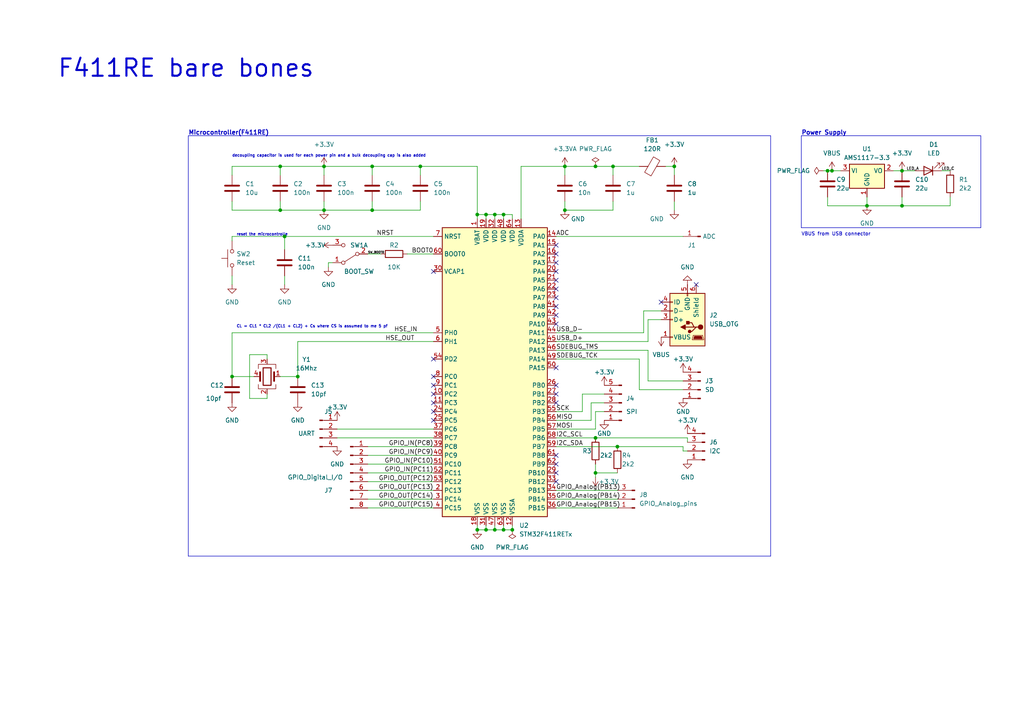
<source format=kicad_sch>
(kicad_sch (version 20230121) (generator eeschema)
  (paper "A4")
  (lib_symbols
    (symbol "+3.3V_1" (power) (pin_names (offset 0))
      (property "Value" "+3.3V_1" (at 0 3.556 0))
      (symbol "+3.3V_1_0_1"
        (polyline (pts (xy -0.762 1.27) (xy 0 2.54)))
        (polyline (pts (xy 0 0) (xy 0 2.54)))
        (polyline (pts (xy 0 2.54) (xy 0.762 1.27)))
      )
      (symbol "+3.3V_1_1_1"
        (pin power_in line (at 0 0 90) (length 0) hide (name "+3.3V") (number "1"))
      )
    )
    (symbol "+3.3V_2" (power) (pin_names (offset 0))
      (property "Value" "+3.3V_2" (at 0 3.556 0))
      (symbol "+3.3V_2_0_1"
        (polyline (pts (xy -0.762 1.27) (xy 0 2.54)))
        (polyline (pts (xy 0 0) (xy 0 2.54)))
        (polyline (pts (xy 0 2.54) (xy 0.762 1.27)))
      )
      (symbol "+3.3V_2_1_1"
        (pin power_in line (at 0 0 90) (length 0) hide (name "+3.3V") (number "1"))
      )
    )
    (symbol "+3.3V_3" (power) (pin_names (offset 0))
      (property "Value" "+3.3V_3" (at 0 3.556 0))
      (symbol "+3.3V_3_0_1"
        (polyline (pts (xy -0.762 1.27) (xy 0 2.54)))
        (polyline (pts (xy 0 0) (xy 0 2.54)))
        (polyline (pts (xy 0 2.54) (xy 0.762 1.27)))
      )
      (symbol "+3.3V_3_1_1"
        (pin power_in line (at 0 0 90) (length 0) hide (name "+3.3V") (number "1"))
      )
    )
    (symbol "+3.3V_4" (power) (pin_names (offset 0))
      (property "Value" "+3.3V_4" (at 0 3.556 0))
      (symbol "+3.3V_4_0_1"
        (polyline (pts (xy -0.762 1.27) (xy 0 2.54)))
        (polyline (pts (xy 0 0) (xy 0 2.54)))
        (polyline (pts (xy 0 2.54) (xy 0.762 1.27)))
      )
      (symbol "+3.3V_4_1_1"
        (pin power_in line (at 0 0 90) (length 0) hide (name "+3.3V") (number "1"))
      )
    )
    (symbol "+3.3V_5" (power) (pin_names (offset 0))
      (property "Value" "+3.3V_5" (at 0 3.556 0))
      (symbol "+3.3V_5_0_1"
        (polyline (pts (xy -0.762 1.27) (xy 0 2.54)))
        (polyline (pts (xy 0 0) (xy 0 2.54)))
        (polyline (pts (xy 0 2.54) (xy 0.762 1.27)))
      )
      (symbol "+3.3V_5_1_1"
        (pin power_in line (at 0 0 90) (length 0) hide (name "+3.3V") (number "1"))
      )
    )
    (symbol "+3.3V_6" (power) (pin_names (offset 0))
      (property "Value" "+3.3V_6" (at 0 3.556 0))
      (symbol "+3.3V_6_0_1"
        (polyline (pts (xy -0.762 1.27) (xy 0 2.54)))
        (polyline (pts (xy 0 0) (xy 0 2.54)))
        (polyline (pts (xy 0 2.54) (xy 0.762 1.27)))
      )
      (symbol "+3.3V_6_1_1"
        (pin power_in line (at 0 0 90) (length 0) hide (name "+3.3V") (number "1"))
      )
    )
    (symbol "+3.3V_7" (power) (pin_names (offset 0))
      (property "Value" "+3.3V_7" (at 0 3.556 0))
      (symbol "+3.3V_7_0_1"
        (polyline (pts (xy -0.762 1.27) (xy 0 2.54)))
        (polyline (pts (xy 0 0) (xy 0 2.54)))
        (polyline (pts (xy 0 2.54) (xy 0.762 1.27)))
      )
      (symbol "+3.3V_7_1_1"
        (pin power_in line (at 0 0 90) (length 0) hide (name "+3.3V") (number "1"))
      )
    )
    (symbol "+3.3V_8" (power) (pin_names (offset 0))
      (property "Value" "+3.3V_8" (at 0 3.556 0))
      (symbol "+3.3V_8_0_1"
        (polyline (pts (xy -0.762 1.27) (xy 0 2.54)))
        (polyline (pts (xy 0 0) (xy 0 2.54)))
        (polyline (pts (xy 0 2.54) (xy 0.762 1.27)))
      )
      (symbol "+3.3V_8_1_1"
        (pin power_in line (at 0 0 90) (length 0) hide (name "+3.3V") (number "1"))
      )
    )
    (symbol "Connector:Conn_01x01_Pin" (pin_names (offset 1.016) hide)
      (property "Reference" "J" (at 0 2.54 0))
      (property "Value" "Conn_01x01_Pin" (at 0 -2.54 0))
      (symbol "Conn_01x01_Pin_1_1"
        (polyline (pts (xy 1.27 0) (xy 0.8636 0)) (stroke (width 0.1524)))
        (rectangle (start 0.8636 0.127) (end 0 -0.127) (stroke (width 0.1524)) (fill (type outline)))
        (pin passive line (at 5.08 0 180) (length 3.81) (name "Pin_1") (number "1"))
      )
    )
    (symbol "Connector:Conn_01x03_Pin" (pin_names (offset 1.016) hide)
      (property "Reference" "J" (at 0 5.08 0))
      (property "Value" "Conn_01x03_Pin" (at 0 -5.08 0))
      (symbol "Conn_01x03_Pin_1_1"
        (polyline (pts (xy 1.27 -2.54) (xy 0.8636 -2.54)) (stroke (width 0.1524)))
        (polyline (pts (xy 1.27 0) (xy 0.8636 0)) (stroke (width 0.1524)))
        (polyline (pts (xy 1.27 2.54) (xy 0.8636 2.54)) (stroke (width 0.1524)))
        (rectangle (start 0.8636 -2.413) (end 0 -2.667) (stroke (width 0.1524)) (fill (type outline)))
        (rectangle (start 0.8636 0.127) (end 0 -0.127) (stroke (width 0.1524)) (fill (type outline)))
        (rectangle (start 0.8636 2.667) (end 0 2.413) (stroke (width 0.1524)) (fill (type outline)))
        (pin passive line (at 5.08 2.54 180) (length 3.81) (name "Pin_1") (number "1"))
        (pin passive line (at 5.08 0 180) (length 3.81) (name "Pin_2") (number "2"))
        (pin passive line (at 5.08 -2.54 180) (length 3.81) (name "Pin_3") (number "3"))
      )
    )
    (symbol "Connector:Conn_01x04_Pin" (pin_names (offset 1.016) hide)
      (property "Reference" "J" (at 0 5.08 0))
      (property "Value" "Conn_01x04_Pin" (at 0 -7.62 0))
      (symbol "Conn_01x04_Pin_1_1"
        (polyline (pts (xy 1.27 -5.08) (xy 0.8636 -5.08)) (stroke (width 0.1524)))
        (polyline (pts (xy 1.27 -2.54) (xy 0.8636 -2.54)) (stroke (width 0.1524)))
        (polyline (pts (xy 1.27 0) (xy 0.8636 0)) (stroke (width 0.1524)))
        (polyline (pts (xy 1.27 2.54) (xy 0.8636 2.54)) (stroke (width 0.1524)))
        (rectangle (start 0.8636 -4.953) (end 0 -5.207) (stroke (width 0.1524)) (fill (type outline)))
        (rectangle (start 0.8636 -2.413) (end 0 -2.667) (stroke (width 0.1524)) (fill (type outline)))
        (rectangle (start 0.8636 0.127) (end 0 -0.127) (stroke (width 0.1524)) (fill (type outline)))
        (rectangle (start 0.8636 2.667) (end 0 2.413) (stroke (width 0.1524)) (fill (type outline)))
        (pin passive line (at 5.08 2.54 180) (length 3.81) (name "Pin_1") (number "1"))
        (pin passive line (at 5.08 0 180) (length 3.81) (name "Pin_2") (number "2"))
        (pin passive line (at 5.08 -2.54 180) (length 3.81) (name "Pin_3") (number "3"))
        (pin passive line (at 5.08 -5.08 180) (length 3.81) (name "Pin_4") (number "4"))
      )
    )
    (symbol "Connector:Conn_01x05_Pin" (pin_names (offset 1.016) hide)
      (property "Reference" "J" (at 0 7.62 0))
      (property "Value" "Conn_01x05_Pin" (at 0 -7.62 0))
      (symbol "Conn_01x05_Pin_1_1"
        (polyline (pts (xy 1.27 -5.08) (xy 0.8636 -5.08)) (stroke (width 0.1524)))
        (polyline (pts (xy 1.27 -2.54) (xy 0.8636 -2.54)) (stroke (width 0.1524)))
        (polyline (pts (xy 1.27 0) (xy 0.8636 0)) (stroke (width 0.1524)))
        (polyline (pts (xy 1.27 2.54) (xy 0.8636 2.54)) (stroke (width 0.1524)))
        (polyline (pts (xy 1.27 5.08) (xy 0.8636 5.08)) (stroke (width 0.1524)))
        (rectangle (start 0.8636 -4.953) (end 0 -5.207) (stroke (width 0.1524)) (fill (type outline)))
        (rectangle (start 0.8636 -2.413) (end 0 -2.667) (stroke (width 0.1524)) (fill (type outline)))
        (rectangle (start 0.8636 0.127) (end 0 -0.127) (stroke (width 0.1524)) (fill (type outline)))
        (rectangle (start 0.8636 2.667) (end 0 2.413) (stroke (width 0.1524)) (fill (type outline)))
        (rectangle (start 0.8636 5.207) (end 0 4.953) (stroke (width 0.1524)) (fill (type outline)))
        (pin passive line (at 5.08 5.08 180) (length 3.81) (name "Pin_1") (number "1"))
        (pin passive line (at 5.08 2.54 180) (length 3.81) (name "Pin_2") (number "2"))
        (pin passive line (at 5.08 0 180) (length 3.81) (name "Pin_3") (number "3"))
        (pin passive line (at 5.08 -2.54 180) (length 3.81) (name "Pin_4") (number "4"))
        (pin passive line (at 5.08 -5.08 180) (length 3.81) (name "Pin_5") (number "5"))
      )
    )
    (symbol "Connector:Conn_01x08_Pin" (pin_names (offset 1.016) hide)
      (property "Reference" "J" (at 0 10.16 0))
      (property "Value" "Conn_01x08_Pin" (at 0 -12.7 0))
      (symbol "Conn_01x08_Pin_1_1"
        (polyline (pts (xy 1.27 -10.16) (xy 0.8636 -10.16)) (stroke (width 0.1524)))
        (polyline (pts (xy 1.27 -7.62) (xy 0.8636 -7.62)) (stroke (width 0.1524)))
        (polyline (pts (xy 1.27 -5.08) (xy 0.8636 -5.08)) (stroke (width 0.1524)))
        (polyline (pts (xy 1.27 -2.54) (xy 0.8636 -2.54)) (stroke (width 0.1524)))
        (polyline (pts (xy 1.27 0) (xy 0.8636 0)) (stroke (width 0.1524)))
        (polyline (pts (xy 1.27 2.54) (xy 0.8636 2.54)) (stroke (width 0.1524)))
        (polyline (pts (xy 1.27 5.08) (xy 0.8636 5.08)) (stroke (width 0.1524)))
        (polyline (pts (xy 1.27 7.62) (xy 0.8636 7.62)) (stroke (width 0.1524)))
        (rectangle (start 0.8636 -10.033) (end 0 -10.287) (stroke (width 0.1524)) (fill (type outline)))
        (rectangle (start 0.8636 -7.493) (end 0 -7.747) (stroke (width 0.1524)) (fill (type outline)))
        (rectangle (start 0.8636 -4.953) (end 0 -5.207) (stroke (width 0.1524)) (fill (type outline)))
        (rectangle (start 0.8636 -2.413) (end 0 -2.667) (stroke (width 0.1524)) (fill (type outline)))
        (rectangle (start 0.8636 0.127) (end 0 -0.127) (stroke (width 0.1524)) (fill (type outline)))
        (rectangle (start 0.8636 2.667) (end 0 2.413) (stroke (width 0.1524)) (fill (type outline)))
        (rectangle (start 0.8636 5.207) (end 0 4.953) (stroke (width 0.1524)) (fill (type outline)))
        (rectangle (start 0.8636 7.747) (end 0 7.493) (stroke (width 0.1524)) (fill (type outline)))
        (pin passive line (at 5.08 7.62 180) (length 3.81) (name "Pin_1") (number "1"))
        (pin passive line (at 5.08 5.08 180) (length 3.81) (name "Pin_2") (number "2"))
        (pin passive line (at 5.08 2.54 180) (length 3.81) (name "Pin_3") (number "3"))
        (pin passive line (at 5.08 0 180) (length 3.81) (name "Pin_4") (number "4"))
        (pin passive line (at 5.08 -2.54 180) (length 3.81) (name "Pin_5") (number "5"))
        (pin passive line (at 5.08 -5.08 180) (length 3.81) (name "Pin_6") (number "6"))
        (pin passive line (at 5.08 -7.62 180) (length 3.81) (name "Pin_7") (number "7"))
        (pin passive line (at 5.08 -10.16 180) (length 3.81) (name "Pin_8") (number "8"))
      )
    )
    (symbol "Connector:USB_OTG" (pin_names (offset 1.016))
      (property "Reference" "J" (at -5.08 11.43 0))
      (property "Value" "USB_OTG" (at -5.08 8.89 0))
      (symbol "USB_OTG_0_1"
        (rectangle (start -5.08 -7.62) (end 5.08 7.62) (stroke (width 0.254)) (fill (type background)))
        (circle (center -3.81 2.159) (radius 0.635) (stroke (width 0.254)) (fill (type outline)))
        (circle (center -0.635 3.429) (radius 0.381) (stroke (width 0.254)) (fill (type outline)))
        (rectangle (start -0.127 -7.62) (end 0.127 -6.858))
        (polyline (pts (xy -1.905 2.159) (xy 0.635 2.159)) (stroke (width 0.254)))
        (polyline (pts (xy -3.175 2.159) (xy -2.54 2.159) (xy -1.27 3.429) (xy -0.635 3.429)) (stroke (width 0.254)))
        (polyline (pts (xy -2.54 2.159) (xy -1.905 2.159) (xy -1.27 0.889) (xy 0 0.889)) (stroke (width 0.254)))
        (polyline (pts (xy 0.635 2.794) (xy 0.635 1.524) (xy 1.905 2.159) (xy 0.635 2.794)) (stroke (width 0.254)) (fill (type outline)))
        (polyline (pts (xy -4.318 5.588) (xy -1.778 5.588) (xy -2.032 4.826) (xy -4.064 4.826) (xy -4.318 5.588)) (fill (type outline)))
        (polyline (pts (xy -4.699 5.842) (xy -4.699 5.588) (xy -4.445 4.826) (xy -4.445 4.572) (xy -1.651 4.572) (xy -1.651 4.826) (xy -1.397 5.588) (xy -1.397 5.842) (xy -4.699 5.842)))
        (rectangle (start 0.254 1.27) (end -0.508 0.508) (stroke (width 0.254)) (fill (type outline)))
        (rectangle (start 5.08 -5.207) (end 4.318 -4.953))
        (rectangle (start 5.08 -2.667) (end 4.318 -2.413))
        (rectangle (start 5.08 -0.127) (end 4.318 0.127))
        (rectangle (start 5.08 4.953) (end 4.318 5.207))
      )
      (symbol "USB_OTG_1_1"
        (pin passive line (at 7.62 5.08 180) (length 2.54) (name "VBUS") (number "1"))
        (pin bidirectional line (at 7.62 -2.54 180) (length 2.54) (name "D-") (number "2"))
        (pin bidirectional line (at 7.62 0 180) (length 2.54) (name "D+") (number "3"))
        (pin passive line (at 7.62 -5.08 180) (length 2.54) (name "ID") (number "4"))
        (pin passive line (at 0 -10.16 90) (length 2.54) (name "GND") (number "5"))
        (pin passive line (at -2.54 -10.16 90) (length 2.54) (name "Shield") (number "6"))
      )
    )
    (symbol "Device:C" (pin_numbers hide) (pin_names (offset 0.254))
      (property "Reference" "C" (at 0.635 2.54 0))
      (property "Value" "C" (at 0.635 -2.54 0))
      (symbol "C_0_1"
        (polyline (pts (xy -2.032 -0.762) (xy 2.032 -0.762)) (stroke (width 0.508)))
        (polyline (pts (xy -2.032 0.762) (xy 2.032 0.762)) (stroke (width 0.508)))
      )
      (symbol "C_1_1"
        (pin passive line (at 0 3.81 270) (length 2.794) (name "~") (number "1"))
        (pin passive line (at 0 -3.81 90) (length 2.794) (name "~") (number "2"))
      )
    )
    (symbol "Device:Crystal_GND23" (pin_names (offset 1.016) hide)
      (property "Reference" "Y" (at 3.175 5.08 0))
      (property "Value" "Crystal_GND23" (at 3.175 3.175 0))
      (symbol "Crystal_GND23_0_1"
        (rectangle (start -1.143 2.54) (end 1.143 -2.54) (stroke (width 0.3048)))
        (polyline (pts (xy -2.54 0) (xy -2.032 0)))
        (polyline (pts (xy -2.032 -1.27) (xy -2.032 1.27)) (stroke (width 0.508)))
        (polyline (pts (xy 0 -3.81) (xy 0 -3.556)))
        (polyline (pts (xy 0 3.556) (xy 0 3.81)))
        (polyline (pts (xy 2.032 -1.27) (xy 2.032 1.27)) (stroke (width 0.508)))
        (polyline (pts (xy 2.032 0) (xy 2.54 0)))
        (polyline (pts (xy -2.54 -2.286) (xy -2.54 -3.556) (xy 2.54 -3.556) (xy 2.54 -2.286)))
        (polyline (pts (xy -2.54 2.286) (xy -2.54 3.556) (xy 2.54 3.556) (xy 2.54 2.286)))
      )
      (symbol "Crystal_GND23_1_1"
        (pin passive line (at -3.81 0 0) (length 1.27) (name "1") (number "1"))
        (pin passive line (at 0 5.08 270) (length 1.27) (name "2") (number "2"))
        (pin passive line (at 0 -5.08 90) (length 1.27) (name "3") (number "3"))
        (pin passive line (at 3.81 0 180) (length 1.27) (name "4") (number "4"))
      )
    )
    (symbol "Device:FerriteBead" (pin_numbers hide) (pin_names (offset 0))
      (property "Reference" "FB" (at -3.81 0.635 90))
      (property "Value" "FerriteBead" (at 3.81 0 90))
      (symbol "FerriteBead_0_1"
        (polyline (pts (xy 0 -1.27) (xy 0 -1.2192)))
        (polyline (pts (xy 0 1.27) (xy 0 1.2954)))
        (polyline (pts (xy -2.7686 0.4064) (xy -1.7018 2.2606) (xy 2.7686 -0.3048) (xy 1.6764 -2.159) (xy -2.7686 0.4064)))
      )
      (symbol "FerriteBead_1_1"
        (pin passive line (at 0 3.81 270) (length 2.54) (name "~") (number "1"))
        (pin passive line (at 0 -3.81 90) (length 2.54) (name "~") (number "2"))
      )
    )
    (symbol "Device:LED" (pin_numbers hide) (pin_names (offset 1.016) hide)
      (property "Reference" "D" (at 0 2.54 0))
      (property "Value" "LED" (at 0 -2.54 0))
      (symbol "LED_0_1"
        (polyline (pts (xy -1.27 -1.27) (xy -1.27 1.27)) (stroke (width 0.254)))
        (polyline (pts (xy -1.27 0) (xy 1.27 0)))
        (polyline (pts (xy 1.27 -1.27) (xy 1.27 1.27) (xy -1.27 0) (xy 1.27 -1.27)) (stroke (width 0.254)))
        (polyline (pts (xy -3.048 -0.762) (xy -4.572 -2.286) (xy -3.81 -2.286) (xy -4.572 -2.286) (xy -4.572 -1.524)))
        (polyline (pts (xy -1.778 -0.762) (xy -3.302 -2.286) (xy -2.54 -2.286) (xy -3.302 -2.286) (xy -3.302 -1.524)))
      )
      (symbol "LED_1_1"
        (pin passive line (at -3.81 0 0) (length 2.54) (name "K") (number "1"))
        (pin passive line (at 3.81 0 180) (length 2.54) (name "A") (number "2"))
      )
    )
    (symbol "Device:R" (pin_numbers hide) (pin_names (offset 0))
      (property "Reference" "R" (at 2.032 0 90))
      (property "Value" "R" (at 0 0 90))
      (symbol "R_0_1"
        (rectangle (start -1.016 -2.54) (end 1.016 2.54) (stroke (width 0.254)))
      )
      (symbol "R_1_1"
        (pin passive line (at 0 3.81 270) (length 1.27) (name "~") (number "1"))
        (pin passive line (at 0 -3.81 90) (length 1.27) (name "~") (number "2"))
      )
    )
    (symbol "GND_1" (power) (pin_names (offset 0))
      (property "Value" "GND_1" (at 0 -3.81 0))
      (symbol "GND_1_0_1"
        (polyline (pts (xy 0 0) (xy 0 -1.27) (xy 1.27 -1.27) (xy 0 -2.54) (xy -1.27 -1.27) (xy 0 -1.27)))
      )
      (symbol "GND_1_1_1"
        (pin power_in line (at 0 0 270) (length 0) hide (name "GND") (number "1"))
      )
    )
    (symbol "GND_10" (power) (pin_names (offset 0))
      (property "Value" "GND_10" (at 0 -3.81 0))
      (symbol "GND_10_0_1"
        (polyline (pts (xy 0 0) (xy 0 -1.27) (xy 1.27 -1.27) (xy 0 -2.54) (xy -1.27 -1.27) (xy 0 -1.27)))
      )
      (symbol "GND_10_1_1"
        (pin power_in line (at 0 0 270) (length 0) hide (name "GND") (number "1"))
      )
    )
    (symbol "GND_11" (power) (pin_names (offset 0))
      (property "Value" "GND_11" (at 0 -3.81 0))
      (symbol "GND_11_0_1"
        (polyline (pts (xy 0 0) (xy 0 -1.27) (xy 1.27 -1.27) (xy 0 -2.54) (xy -1.27 -1.27) (xy 0 -1.27)))
      )
      (symbol "GND_11_1_1"
        (pin power_in line (at 0 0 270) (length 0) hide (name "GND") (number "1"))
      )
    )
    (symbol "GND_2" (power) (pin_names (offset 0))
      (property "Value" "GND_2" (at 0 -3.81 0))
      (symbol "GND_2_0_1"
        (polyline (pts (xy 0 0) (xy 0 -1.27) (xy 1.27 -1.27) (xy 0 -2.54) (xy -1.27 -1.27) (xy 0 -1.27)))
      )
      (symbol "GND_2_1_1"
        (pin power_in line (at 0 0 270) (length 0) hide (name "GND") (number "1"))
      )
    )
    (symbol "GND_3" (power) (pin_names (offset 0))
      (property "Value" "GND_3" (at 0 -3.81 0))
      (symbol "GND_3_0_1"
        (polyline (pts (xy 0 0) (xy 0 -1.27) (xy 1.27 -1.27) (xy 0 -2.54) (xy -1.27 -1.27) (xy 0 -1.27)))
      )
      (symbol "GND_3_1_1"
        (pin power_in line (at 0 0 270) (length 0) hide (name "GND") (number "1"))
      )
    )
    (symbol "GND_4" (power) (pin_names (offset 0))
      (property "Value" "GND_4" (at 0 -3.81 0))
      (symbol "GND_4_0_1"
        (polyline (pts (xy 0 0) (xy 0 -1.27) (xy 1.27 -1.27) (xy 0 -2.54) (xy -1.27 -1.27) (xy 0 -1.27)))
      )
      (symbol "GND_4_1_1"
        (pin power_in line (at 0 0 270) (length 0) hide (name "GND") (number "1"))
      )
    )
    (symbol "GND_5" (power) (pin_names (offset 0))
      (property "Value" "GND_5" (at 0 -3.81 0))
      (symbol "GND_5_0_1"
        (polyline (pts (xy 0 0) (xy 0 -1.27) (xy 1.27 -1.27) (xy 0 -2.54) (xy -1.27 -1.27) (xy 0 -1.27)))
      )
      (symbol "GND_5_1_1"
        (pin power_in line (at 0 0 270) (length 0) hide (name "GND") (number "1"))
      )
    )
    (symbol "GND_6" (power) (pin_names (offset 0))
      (property "Value" "GND_6" (at 0 -3.81 0))
      (symbol "GND_6_0_1"
        (polyline (pts (xy 0 0) (xy 0 -1.27) (xy 1.27 -1.27) (xy 0 -2.54) (xy -1.27 -1.27) (xy 0 -1.27)))
      )
      (symbol "GND_6_1_1"
        (pin power_in line (at 0 0 270) (length 0) hide (name "GND") (number "1"))
      )
    )
    (symbol "GND_7" (power) (pin_names (offset 0))
      (property "Value" "GND_7" (at 0 -3.81 0))
      (symbol "GND_7_0_1"
        (polyline (pts (xy 0 0) (xy 0 -1.27) (xy 1.27 -1.27) (xy 0 -2.54) (xy -1.27 -1.27) (xy 0 -1.27)))
      )
      (symbol "GND_7_1_1"
        (pin power_in line (at 0 0 270) (length 0) hide (name "GND") (number "1"))
      )
    )
    (symbol "GND_8" (power) (pin_names (offset 0))
      (property "Value" "GND_8" (at 0 -3.81 0))
      (symbol "GND_8_0_1"
        (polyline (pts (xy 0 0) (xy 0 -1.27) (xy 1.27 -1.27) (xy 0 -2.54) (xy -1.27 -1.27) (xy 0 -1.27)))
      )
      (symbol "GND_8_1_1"
        (pin power_in line (at 0 0 270) (length 0) hide (name "GND") (number "1"))
      )
    )
    (symbol "GND_9" (power) (pin_names (offset 0))
      (property "Value" "GND_9" (at 0 -3.81 0))
      (symbol "GND_9_0_1"
        (polyline (pts (xy 0 0) (xy 0 -1.27) (xy 1.27 -1.27) (xy 0 -2.54) (xy -1.27 -1.27) (xy 0 -1.27)))
      )
      (symbol "GND_9_1_1"
        (pin power_in line (at 0 0 270) (length 0) hide (name "GND") (number "1"))
      )
    )
    (symbol "MCU_ST_STM32F4:STM32F411RETx"
      (property "Reference" "U" (at -15.24 41.91 0))
      (property "Value" "STM32F411RETx" (at 10.16 41.91 0))
      (symbol "STM32F411RETx_0_1"
        (rectangle (start -15.24 -43.18) (end 15.24 40.64) (stroke (width 0.254)) (fill (type background)))
      )
      (symbol "STM32F411RETx_1_1"
        (pin power_in line (at -5.08 43.18 270) (length 2.54) (name "VBAT") (number "1"))
        (pin bidirectional line (at -17.78 -7.62 0) (length 2.54) (name "PC2") (number "10"))
        (pin bidirectional line (at -17.78 -10.16 0) (length 2.54) (name "PC3") (number "11"))
        (pin power_in line (at 5.08 -45.72 90) (length 2.54) (name "VSSA") (number "12"))
        (pin power_in line (at 7.62 43.18 270) (length 2.54) (name "VDDA") (number "13"))
        (pin bidirectional line (at 17.78 38.1 180) (length 2.54) (name "PA0") (number "14"))
        (pin bidirectional line (at 17.78 35.56 180) (length 2.54) (name "PA1") (number "15"))
        (pin bidirectional line (at 17.78 33.02 180) (length 2.54) (name "PA2") (number "16"))
        (pin bidirectional line (at 17.78 30.48 180) (length 2.54) (name "PA3") (number "17"))
        (pin power_in line (at -5.08 -45.72 90) (length 2.54) (name "VSS") (number "18"))
        (pin power_in line (at -2.54 43.18 270) (length 2.54) (name "VDD") (number "19"))
        (pin bidirectional line (at -17.78 -35.56 0) (length 2.54) (name "PC13") (number "2"))
        (pin bidirectional line (at 17.78 27.94 180) (length 2.54) (name "PA4") (number "20"))
        (pin bidirectional line (at 17.78 25.4 180) (length 2.54) (name "PA5") (number "21"))
        (pin bidirectional line (at 17.78 22.86 180) (length 2.54) (name "PA6") (number "22"))
        (pin bidirectional line (at 17.78 20.32 180) (length 2.54) (name "PA7") (number "23"))
        (pin bidirectional line (at -17.78 -12.7 0) (length 2.54) (name "PC4") (number "24"))
        (pin bidirectional line (at -17.78 -15.24 0) (length 2.54) (name "PC5") (number "25"))
        (pin bidirectional line (at 17.78 -5.08 180) (length 2.54) (name "PB0") (number "26"))
        (pin bidirectional line (at 17.78 -7.62 180) (length 2.54) (name "PB1") (number "27"))
        (pin bidirectional line (at 17.78 -10.16 180) (length 2.54) (name "PB2") (number "28"))
        (pin bidirectional line (at 17.78 -30.48 180) (length 2.54) (name "PB10") (number "29"))
        (pin bidirectional line (at -17.78 -38.1 0) (length 2.54) (name "PC14") (number "3"))
        (pin power_in line (at -17.78 27.94 0) (length 2.54) (name "VCAP1") (number "30"))
        (pin power_in line (at -2.54 -45.72 90) (length 2.54) (name "VSS") (number "31"))
        (pin power_in line (at 0 43.18 270) (length 2.54) (name "VDD") (number "32"))
        (pin bidirectional line (at 17.78 -33.02 180) (length 2.54) (name "PB12") (number "33"))
        (pin bidirectional line (at 17.78 -35.56 180) (length 2.54) (name "PB13") (number "34"))
        (pin bidirectional line (at 17.78 -38.1 180) (length 2.54) (name "PB14") (number "35"))
        (pin bidirectional line (at 17.78 -40.64 180) (length 2.54) (name "PB15") (number "36"))
        (pin bidirectional line (at -17.78 -17.78 0) (length 2.54) (name "PC6") (number "37"))
        (pin bidirectional line (at -17.78 -20.32 0) (length 2.54) (name "PC7") (number "38"))
        (pin bidirectional line (at -17.78 -22.86 0) (length 2.54) (name "PC8") (number "39"))
        (pin bidirectional line (at -17.78 -40.64 0) (length 2.54) (name "PC15") (number "4"))
        (pin bidirectional line (at -17.78 -25.4 0) (length 2.54) (name "PC9") (number "40"))
        (pin bidirectional line (at 17.78 17.78 180) (length 2.54) (name "PA8") (number "41"))
        (pin bidirectional line (at 17.78 15.24 180) (length 2.54) (name "PA9") (number "42"))
        (pin bidirectional line (at 17.78 12.7 180) (length 2.54) (name "PA10") (number "43"))
        (pin bidirectional line (at 17.78 10.16 180) (length 2.54) (name "PA11") (number "44"))
        (pin bidirectional line (at 17.78 7.62 180) (length 2.54) (name "PA12") (number "45"))
        (pin bidirectional line (at 17.78 5.08 180) (length 2.54) (name "PA13") (number "46"))
        (pin power_in line (at 0 -45.72 90) (length 2.54) (name "VSS") (number "47"))
        (pin power_in line (at 2.54 43.18 270) (length 2.54) (name "VDD") (number "48"))
        (pin bidirectional line (at 17.78 2.54 180) (length 2.54) (name "PA14") (number "49"))
        (pin input line (at -17.78 10.16 0) (length 2.54) (name "PH0") (number "5"))
        (pin bidirectional line (at 17.78 0 180) (length 2.54) (name "PA15") (number "50"))
        (pin bidirectional line (at -17.78 -27.94 0) (length 2.54) (name "PC10") (number "51"))
        (pin bidirectional line (at -17.78 -30.48 0) (length 2.54) (name "PC11") (number "52"))
        (pin bidirectional line (at -17.78 -33.02 0) (length 2.54) (name "PC12") (number "53"))
        (pin bidirectional line (at -17.78 2.54 0) (length 2.54) (name "PD2") (number "54"))
        (pin bidirectional line (at 17.78 -12.7 180) (length 2.54) (name "PB3") (number "55"))
        (pin bidirectional line (at 17.78 -15.24 180) (length 2.54) (name "PB4") (number "56"))
        (pin bidirectional line (at 17.78 -17.78 180) (length 2.54) (name "PB5") (number "57"))
        (pin bidirectional line (at 17.78 -20.32 180) (length 2.54) (name "PB6") (number "58"))
        (pin bidirectional line (at 17.78 -22.86 180) (length 2.54) (name "PB7") (number "59"))
        (pin input line (at -17.78 7.62 0) (length 2.54) (name "PH1") (number "6"))
        (pin input line (at -17.78 33.02 0) (length 2.54) (name "BOOT0") (number "60"))
        (pin bidirectional line (at 17.78 -25.4 180) (length 2.54) (name "PB8") (number "61"))
        (pin bidirectional line (at 17.78 -27.94 180) (length 2.54) (name "PB9") (number "62"))
        (pin power_in line (at 2.54 -45.72 90) (length 2.54) (name "VSS") (number "63"))
        (pin power_in line (at 5.08 43.18 270) (length 2.54) (name "VDD") (number "64"))
        (pin input line (at -17.78 38.1 0) (length 2.54) (name "NRST") (number "7"))
        (pin bidirectional line (at -17.78 -2.54 0) (length 2.54) (name "PC0") (number "8"))
        (pin bidirectional line (at -17.78 -5.08 0) (length 2.54) (name "PC1") (number "9"))
      )
    )
    (symbol "Regulator_Linear:AMS1117-3.3"
      (property "Reference" "U" (at -3.81 3.175 0))
      (property "Value" "AMS1117-3.3" (at 0 3.175 0))
      (symbol "AMS1117-3.3_0_1"
        (rectangle (start -5.08 -5.08) (end 5.08 1.905) (stroke (width 0.254)) (fill (type background)))
      )
      (symbol "AMS1117-3.3_1_1"
        (pin power_in line (at 0 -7.62 90) (length 2.54) (name "GND") (number "1"))
        (pin power_out line (at 7.62 0 180) (length 2.54) (name "VO") (number "2"))
        (pin power_in line (at -7.62 0 0) (length 2.54) (name "VI") (number "3"))
      )
    )
    (symbol "Switch:SW_DPDT_x2" (pin_names (offset 0) hide)
      (property "Reference" "SW" (at 0 4.318 0))
      (property "Value" "SW_DPDT_x2" (at 0 -5.08 0))
      (symbol "SW_DPDT_x2_0_0"
        (circle (center -2.032 0) (radius 0.508))
        (circle (center 2.032 -2.54) (radius 0.508))
      )
      (symbol "SW_DPDT_x2_0_1"
        (polyline (pts (xy -1.524 0.254) (xy 1.651 2.286)))
        (circle (center 2.032 2.54) (radius 0.508))
      )
      (symbol "SW_DPDT_x2_1_1"
        (pin passive line (at 5.08 2.54 180) (length 2.54) (name "A") (number "1"))
        (pin passive line (at -5.08 0 0) (length 2.54) (name "B") (number "2"))
        (pin passive line (at 5.08 -2.54 180) (length 2.54) (name "C") (number "3"))
      )
      (symbol "SW_DPDT_x2_2_1"
        (pin passive line (at 5.08 2.54 180) (length 2.54) (name "A") (number "4"))
        (pin passive line (at -5.08 0 0) (length 2.54) (name "B") (number "5"))
        (pin passive line (at 5.08 -2.54 180) (length 2.54) (name "C") (number "6"))
      )
    )
    (symbol "Switch:SW_MEC_5G" (pin_numbers hide) (pin_names (offset 1.016) hide)
      (property "Reference" "SW" (at 1.27 2.54 0))
      (property "Value" "SW_MEC_5G" (at 0 -1.524 0))
      (symbol "SW_MEC_5G_0_1"
        (circle (center -2.032 0) (radius 0.508))
        (polyline (pts (xy 0 1.27) (xy 0 3.048)))
        (polyline (pts (xy 2.54 1.27) (xy -2.54 1.27)))
        (circle (center 2.032 0) (radius 0.508))
        (pin passive line (at -5.08 0 0) (length 2.54) (name "A") (number "1"))
        (pin passive line (at 5.08 0 180) (length 2.54) (name "B") (number "3"))
      )
      (symbol "SW_MEC_5G_1_1"
        (pin passive line (at -5.08 0 0) (length 2.54) hide (name "A") (number "2"))
        (pin passive line (at 5.08 0 180) (length 2.54) hide (name "B") (number "4"))
      )
    )
    (symbol "power:+3.3V" (power) (pin_names (offset 0))
      (property "Value" "+3.3V" (at 0 3.556 0))
      (symbol "+3.3V_0_1"
        (polyline (pts (xy -0.762 1.27) (xy 0 2.54)))
        (polyline (pts (xy 0 0) (xy 0 2.54)))
        (polyline (pts (xy 0 2.54) (xy 0.762 1.27)))
      )
      (symbol "+3.3V_1_1"
        (pin power_in line (at 0 0 90) (length 0) hide (name "+3.3V") (number "1"))
      )
    )
    (symbol "power:+3.3VA" (power) (pin_names (offset 0))
      (property "Value" "+3.3VA" (at 0 3.556 0))
      (symbol "+3.3VA_0_1"
        (polyline (pts (xy -0.762 1.27) (xy 0 2.54)))
        (polyline (pts (xy 0 0) (xy 0 2.54)))
        (polyline (pts (xy 0 2.54) (xy 0.762 1.27)))
      )
      (symbol "+3.3VA_1_1"
        (pin power_in line (at 0 0 90) (length 0) hide (name "+3.3VA") (number "1"))
      )
    )
    (symbol "power:GND" (power) (pin_names (offset 0))
      (property "Value" "GND" (at 0 -3.81 0))
      (symbol "GND_0_1"
        (polyline (pts (xy 0 0) (xy 0 -1.27) (xy 1.27 -1.27) (xy 0 -2.54) (xy -1.27 -1.27) (xy 0 -1.27)))
      )
      (symbol "GND_1_1"
        (pin power_in line (at 0 0 270) (length 0) hide (name "GND") (number "1"))
      )
    )
    (symbol "power:PWR_FLAG" (power) (pin_numbers hide) (pin_names (offset 0) hide)
      (property "Value" "PWR_FLAG" (at 0 3.81 0))
      (symbol "PWR_FLAG_0_0"
        (pin power_out line (at 0 0 90) (length 0) (name "pwr") (number "1"))
      )
      (symbol "PWR_FLAG_0_1"
        (polyline (pts (xy 0 0) (xy 0 1.27) (xy -1.016 1.905) (xy 0 2.54) (xy 1.016 1.905) (xy 0 1.27)))
      )
    )
    (symbol "power:VBUS" (power) (pin_names (offset 0))
      (property "Value" "VBUS" (at 0 3.81 0))
      (symbol "VBUS_0_1"
        (polyline (pts (xy -0.762 1.27) (xy 0 2.54)))
        (polyline (pts (xy 0 0) (xy 0 2.54)))
        (polyline (pts (xy 0 2.54) (xy 0.762 1.27)))
      )
      (symbol "VBUS_1_1"
        (pin power_in line (at 0 0 90) (length 0) hide (name "VBUS") (number "1"))
      )
    )
  )
  (junction (at 261.62 49.53))
  (junction (at 82.55 68.58))
  (junction (at 121.92 48.26))
  (junction (at 67.31 109.22))
  (junction (at 107.95 60.96))
  (junction (at 195.58 48.26))
  (junction (at 251.46 59.69))
  (junction (at 177.8 48.26))
  (junction (at 143.51 153.67))
  (junction (at 86.36 109.22))
  (junction (at 143.51 62.23))
  (junction (at 140.97 62.23))
  (junction (at 172.72 137.16))
  (junction (at 81.28 48.26))
  (junction (at 138.43 153.67))
  (junction (at 93.98 60.96))
  (junction (at 172.72 127))
  (junction (at 138.43 62.23))
  (junction (at 261.62 59.69))
  (junction (at 241.3 49.53))
  (junction (at 240.03 49.53))
  (junction (at 148.59 153.67))
  (junction (at 163.83 48.26))
  (junction (at 179.07 129.54))
  (junction (at 93.98 48.26))
  (junction (at 107.95 48.26))
  (junction (at 146.05 62.23))
  (junction (at 140.97 153.67))
  (junction (at 81.28 60.96))
  (junction (at 163.83 60.96))
  (junction (at 172.72 48.26))
  (junction (at 146.05 153.67))
  (no_connect (at 125.73 114.3))
  (no_connect (at 161.29 111.76))
  (no_connect (at 191.77 87.63))
  (no_connect (at 125.73 78.74))
  (no_connect (at 161.29 114.3))
  (no_connect (at 161.29 76.2))
  (no_connect (at 125.73 109.22))
  (no_connect (at 161.29 81.28))
  (no_connect (at 161.29 93.98))
  (no_connect (at 161.29 78.74))
  (no_connect (at 161.29 139.7))
  (no_connect (at 125.73 119.38))
  (no_connect (at 161.29 83.82))
  (no_connect (at 125.73 116.84))
  (no_connect (at 161.29 71.12))
  (no_connect (at 201.93 82.55))
  (no_connect (at 161.29 73.66))
  (no_connect (at 161.29 91.44))
  (no_connect (at 161.29 106.68))
  (no_connect (at 161.29 88.9))
  (no_connect (at 161.29 116.84))
  (no_connect (at 161.29 137.16))
  (no_connect (at 125.73 111.76))
  (no_connect (at 161.29 132.08))
  (no_connect (at 125.73 121.92))
  (no_connect (at 125.73 104.14))
  (no_connect (at 161.29 86.36))
  (no_connect (at 161.29 134.62))
  (wire (pts (xy 93.98 48.26) (xy 93.98 50.8)))
  (wire (pts (xy 143.51 62.23) (xy 140.97 62.23)))
  (polyline (pts (xy 284.48 39.37) (xy 284.48 66.04)))
  (wire (pts (xy 198.12 130.81) (xy 199.39 130.81)))
  (wire (pts (xy 107.95 60.96) (xy 121.92 60.96)))
  (wire (pts (xy 168.91 119.38) (xy 168.91 114.3)))
  (wire (pts (xy 148.59 63.5) (xy 148.59 62.23)))
  (wire (pts (xy 143.51 63.5) (xy 143.51 62.23)))
  (wire (pts (xy 163.83 60.96) (xy 177.8 60.96)))
  (wire (pts (xy 138.43 152.4) (xy 138.43 153.67)))
  (wire (pts (xy 67.31 96.52) (xy 67.31 109.22)))
  (wire (pts (xy 82.55 68.58) (xy 82.55 72.39)))
  (wire (pts (xy 161.29 68.58) (xy 198.12 68.58)))
  (wire (pts (xy 161.29 129.54) (xy 179.07 129.54)))
  (wire (pts (xy 163.83 48.26) (xy 172.72 48.26)))
  (wire (pts (xy 67.31 48.26) (xy 67.31 50.8)))
  (wire (pts (xy 240.03 49.53) (xy 241.3 49.53)))
  (wire (pts (xy 146.05 153.67) (xy 148.59 153.67)))
  (wire (pts (xy 140.97 152.4) (xy 140.97 153.67)))
  (wire (pts (xy 97.79 127) (xy 125.73 127)))
  (wire (pts (xy 106.68 139.7) (xy 125.73 139.7)))
  (wire (pts (xy 177.8 48.26) (xy 185.42 48.26)))
  (wire (pts (xy 185.42 104.14) (xy 185.42 113.03)))
  (wire (pts (xy 67.31 69.85) (xy 67.31 68.58)))
  (wire (pts (xy 140.97 63.5) (xy 140.97 62.23)))
  (wire (pts (xy 238.76 49.53) (xy 240.03 49.53)))
  (wire (pts (xy 186.69 90.17) (xy 186.69 96.52)))
  (wire (pts (xy 161.29 127) (xy 172.72 127)))
  (polyline (pts (xy 232.41 64.77) (xy 232.41 39.37)))
  (wire (pts (xy 161.29 101.6) (xy 187.96 101.6)))
  (wire (pts (xy 186.69 96.52) (xy 161.29 96.52)))
  (wire (pts (xy 106.68 147.32) (xy 125.73 147.32)))
  (wire (pts (xy 241.3 49.53) (xy 243.84 49.53)))
  (wire (pts (xy 185.42 113.03) (xy 198.12 113.03)))
  (wire (pts (xy 161.29 144.78) (xy 179.07 144.78)))
  (wire (pts (xy 106.68 73.66) (xy 110.49 73.66)))
  (wire (pts (xy 163.83 48.26) (xy 163.83 50.8)))
  (wire (pts (xy 138.43 48.26) (xy 138.43 62.23)))
  (wire (pts (xy 106.68 144.78) (xy 125.73 144.78)))
  (wire (pts (xy 107.95 48.26) (xy 107.95 50.8)))
  (wire (pts (xy 106.68 132.08) (xy 125.73 132.08)))
  (wire (pts (xy 67.31 68.58) (xy 82.55 68.58)))
  (wire (pts (xy 163.83 58.42) (xy 163.83 60.96)))
  (polyline (pts (xy 284.48 66.04) (xy 232.41 66.04)))
  (wire (pts (xy 193.04 48.26) (xy 195.58 48.26)))
  (wire (pts (xy 81.28 109.22) (xy 86.36 109.22)))
  (wire (pts (xy 251.46 57.15) (xy 251.46 59.69)))
  (wire (pts (xy 93.98 58.42) (xy 93.98 60.96)))
  (wire (pts (xy 72.39 102.87) (xy 72.39 115.57)))
  (wire (pts (xy 161.29 99.06) (xy 187.96 99.06)))
  (wire (pts (xy 93.98 60.96) (xy 107.95 60.96)))
  (wire (pts (xy 146.05 63.5) (xy 146.05 62.23)))
  (wire (pts (xy 121.92 48.26) (xy 138.43 48.26)))
  (wire (pts (xy 121.92 48.26) (xy 121.92 50.8)))
  (wire (pts (xy 77.47 115.57) (xy 77.47 114.3)))
  (wire (pts (xy 171.45 121.92) (xy 171.45 116.84)))
  (wire (pts (xy 177.8 48.26) (xy 177.8 50.8)))
  (wire (pts (xy 106.68 129.54) (xy 125.73 129.54)))
  (wire (pts (xy 143.51 153.67) (xy 146.05 153.67)))
  (wire (pts (xy 95.25 77.47) (xy 95.25 76.2)))
  (wire (pts (xy 161.29 119.38) (xy 168.91 119.38)))
  (wire (pts (xy 143.51 153.67) (xy 143.51 152.4)))
  (polyline (pts (xy 223.52 39.37) (xy 223.52 161.29)))
  (wire (pts (xy 259.08 49.53) (xy 261.62 49.53)))
  (wire (pts (xy 151.13 63.5) (xy 151.13 48.26)))
  (wire (pts (xy 146.05 153.67) (xy 146.05 152.4)))
  (wire (pts (xy 146.05 62.23) (xy 143.51 62.23)))
  (wire (pts (xy 168.91 114.3) (xy 175.26 114.3)))
  (wire (pts (xy 186.69 90.17) (xy 191.77 90.17)))
  (wire (pts (xy 140.97 153.67) (xy 143.51 153.67)))
  (wire (pts (xy 86.36 99.06) (xy 125.73 99.06)))
  (wire (pts (xy 172.72 134.62) (xy 172.72 137.16)))
  (wire (pts (xy 67.31 58.42) (xy 67.31 60.96)))
  (wire (pts (xy 195.58 58.42) (xy 195.58 60.96)))
  (wire (pts (xy 177.8 58.42) (xy 177.8 60.96)))
  (wire (pts (xy 240.03 57.15) (xy 240.03 59.69)))
  (wire (pts (xy 261.62 57.15) (xy 261.62 59.69)))
  (wire (pts (xy 275.59 59.69) (xy 261.62 59.69)))
  (wire (pts (xy 172.72 124.46) (xy 172.72 119.38)))
  (wire (pts (xy 172.72 48.26) (xy 177.8 48.26)))
  (wire (pts (xy 179.07 129.54) (xy 198.12 129.54)))
  (wire (pts (xy 82.55 68.58) (xy 125.73 68.58)))
  (wire (pts (xy 187.96 99.06) (xy 187.96 92.71)))
  (wire (pts (xy 93.98 48.26) (xy 107.95 48.26)))
  (wire (pts (xy 172.72 138.43) (xy 172.72 137.16)))
  (wire (pts (xy 67.31 82.55) (xy 67.31 80.01)))
  (wire (pts (xy 107.95 58.42) (xy 107.95 60.96)))
  (wire (pts (xy 275.59 57.15) (xy 275.59 59.69)))
  (wire (pts (xy 118.11 73.66) (xy 125.73 73.66)))
  (wire (pts (xy 67.31 60.96) (xy 81.28 60.96)))
  (polyline (pts (xy 54.61 39.37) (xy 223.52 39.37)))
  (wire (pts (xy 161.29 142.24) (xy 179.07 142.24)))
  (wire (pts (xy 172.72 119.38) (xy 175.26 119.38)))
  (wire (pts (xy 171.45 116.84) (xy 175.26 116.84)))
  (wire (pts (xy 261.62 49.53) (xy 265.43 49.53)))
  (wire (pts (xy 172.72 127) (xy 199.39 127)))
  (polyline (pts (xy 232.41 39.37) (xy 284.48 39.37)))
  (wire (pts (xy 151.13 48.26) (xy 163.83 48.26)))
  (wire (pts (xy 82.55 80.01) (xy 82.55 82.55)))
  (wire (pts (xy 138.43 62.23) (xy 138.43 63.5)))
  (wire (pts (xy 240.03 59.69) (xy 251.46 59.69)))
  (wire (pts (xy 161.29 124.46) (xy 172.72 124.46)))
  (wire (pts (xy 187.96 110.49) (xy 198.12 110.49)))
  (wire (pts (xy 161.29 104.14) (xy 185.42 104.14)))
  (polyline (pts (xy 232.41 64.77) (xy 232.41 66.04)))
  (wire (pts (xy 97.79 124.46) (xy 125.73 124.46)))
  (wire (pts (xy 121.92 58.42) (xy 121.92 60.96)))
  (wire (pts (xy 198.12 129.54) (xy 198.12 130.81)))
  (wire (pts (xy 187.96 101.6) (xy 187.96 110.49)))
  (wire (pts (xy 273.05 49.53) (xy 275.59 49.53)))
  (wire (pts (xy 125.73 96.52) (xy 67.31 96.52)))
  (wire (pts (xy 195.58 48.26) (xy 195.58 50.8)))
  (wire (pts (xy 95.25 76.2) (xy 96.52 76.2)))
  (wire (pts (xy 187.96 92.71) (xy 191.77 92.71)))
  (wire (pts (xy 138.43 153.67) (xy 140.97 153.67)))
  (wire (pts (xy 261.62 59.69) (xy 251.46 59.69)))
  (wire (pts (xy 172.72 137.16) (xy 179.07 137.16)))
  (wire (pts (xy 81.28 58.42) (xy 81.28 60.96)))
  (polyline (pts (xy 54.61 39.37) (xy 54.61 161.29)))
  (wire (pts (xy 81.28 48.26) (xy 81.28 50.8)))
  (wire (pts (xy 106.68 137.16) (xy 125.73 137.16)))
  (wire (pts (xy 81.28 60.96) (xy 93.98 60.96)))
  (wire (pts (xy 161.29 147.32) (xy 179.07 147.32)))
  (wire (pts (xy 86.36 109.22) (xy 86.36 99.06)))
  (wire (pts (xy 199.39 127) (xy 199.39 128.27)))
  (polyline (pts (xy 223.52 161.29) (xy 54.61 161.29)))
  (wire (pts (xy 106.68 134.62) (xy 125.73 134.62)))
  (wire (pts (xy 77.47 102.87) (xy 77.47 104.14)))
  (wire (pts (xy 161.29 121.92) (xy 171.45 121.92)))
  (wire (pts (xy 77.47 102.87) (xy 72.39 102.87)))
  (wire (pts (xy 148.59 153.67) (xy 148.59 152.4)))
  (wire (pts (xy 140.97 62.23) (xy 138.43 62.23)))
  (wire (pts (xy 106.68 142.24) (xy 125.73 142.24)))
  (wire (pts (xy 67.31 109.22) (xy 73.66 109.22)))
  (wire (pts (xy 72.39 115.57) (xy 77.47 115.57)))
  (wire (pts (xy 67.31 48.26) (xy 81.28 48.26)))
  (wire (pts (xy 107.95 48.26) (xy 121.92 48.26)))
  (wire (pts (xy 81.28 48.26) (xy 93.98 48.26)))
  (wire (pts (xy 148.59 62.23) (xy 146.05 62.23)))
  (text "decoupling capacitor is used for each power pin and a bulk decoupling cap is also added" (at 67.31 45.72 0) (effects (font (size 0.8 0.8) bold) (justify left bottom)))
  (text "Power Supply" (at 232.41 39.37 0) (effects (font (size 1.27 1.27) (thickness 0.254) bold) (justify left bottom)))
  (text "reset the microcontrolle" (at 68.58 68.58 0) (effects (font (size 0.8 0.8) bold) (justify left bottom)))
  (text "VBUS from USB connector" (at 232.41 68.58 0) (effects (font (size 1 1)) (justify left bottom)))
  (text "F411RE bare bones\n" (at 16.51 22.86 0) (effects (font (size 5 5) (thickness 0.6) bold) (justify left bottom)))
  (text "Microcontroller(F411RE)" (at 54.61 39.37 0) (effects (font (size 1.27 1.27) (thickness 0.254) bold) (justify left bottom)))
  (text "CL = CL1 * CL2 /(CL1 + CL2) + Cs where CS is assumed to me 5 pf" (at 68.58 95.25 0) (effects (font (size 0.8 0.8) bold) (justify left bottom)))
  (label "I2C_SDA" (at 161.29 129.54 0))
  (label "GPIO_IN(PC10)" (at 125.73 134.62 180))
  (label "GPIO_IN(PC8)" (at 125.73 129.54 180))
  (label "LED_C" (at 273.05 49.53 0) (effects (font (size 0.8 0.8))))
  (label "I2C_SCL" (at 161.29 127 0))
  (label "HSE_IN" (at 114.3 96.52 0))
  (label "HSE_OUT" (at 111.76 99.06 0))
  (label "BOOT0" (at 119.38 73.66 0))
  (label "ADC" (at 161.29 68.58 0))
  (label "USB_D-" (at 161.29 96.52 0))
  (label "GPIO_IN(PC9)" (at 125.73 132.08 180))
  (label "MOSI" (at 161.29 124.46 0))
  (label "GPIO_Analog(PB14)" (at 161.29 144.78 0))
  (label "SDEBUG_TCK" (at 161.29 104.14 0))
  (label "GPIO_OUT(PC14)" (at 125.73 144.78 180))
  (label "USB_D+" (at 161.29 99.06 0))
  (label "GPIO_OUT(PC15)" (at 125.73 147.32 180))
  (label "LED_A" (at 262.89 49.53 0) (effects (font (size 0.8 0.8))))
  (label "SCK" (at 161.29 119.38 0))
  (label "GPIO_Analog(PB13)" (at 161.29 142.24 0))
  (label "GPIO_OUT(PC12)" (at 125.73 139.7 180))
  (label "GPIO_OUT(PC13)" (at 125.73 142.24 180))
  (label "MISO" (at 161.29 121.92 0))
  (label "SW_BOOT0" (at 106.68 73.66 0) (effects (font (size 0.6 0.6))))
  (label "NRST" (at 109.22 68.58 0))
  (label "GPIO_Analog(PB15)" (at 161.29 147.32 0))
  (label "GPIO_IN(PC11)" (at 125.73 137.16 180))
  (label "SDEBUG_TMS" (at 161.29 101.6 0))
  (symbol (lib_id "Device:R") (at 275.59 53.34 0) (unit 1)
    (property "Reference" "R1" (at 278.13 52.07 0) (effects (justify left)))
    (property "Value" "2k2" (at 278.13 54.61 0) (effects (justify left)))
    (property "Footprint" "Resistor_SMD:R_0402_1005Metric_Pad0.72x0.64mm_HandSolder" (effects hide))
  )
  (symbol (lib_name "GND_10") (lib_id "power:GND") (at 163.83 60.96 0) (unit 1)
    (property "Reference" "#PWR09" (effects hide))
    (property "Value" "GND" (at 167.64 63.5 0))
  )
  (symbol (lib_id "Device:C") (at 163.83 54.61 0) (unit 1)
    (property "Reference" "C6" (at 167.64 53.34 0) (effects (justify left)))
    (property "Value" "10n" (at 167.64 55.88 0) (effects (justify left)))
    (property "Footprint" "Capacitor_SMD:C_0402_1005Metric_Pad0.74x0.62mm_HandSolder" (effects hide))
  )
  (symbol (lib_name "GND_5") (lib_id "power:GND") (at 67.31 116.84 0) (unit 1)
    (property "Reference" "#PWR019" (effects hide))
    (property "Value" "GND" (at 67.31 121.92 0))
  )
  (symbol (lib_id "Connector:Conn_01x08_Pin") (at 101.6 137.16 0) (unit 1)
    (property "Reference" "J7" (at 95.25 142.24 0))
    (property "Value" "GPIO_Digital_I/O" (at 91.44 138.43 0))
    (property "Footprint" "Connector_PinHeader_2.54mm:PinHeader_1x08_P2.54mm_Vertical" (effects hide))
  )
  (symbol (lib_id "Connector:Conn_01x01_Pin") (at 203.2 68.58 180) (unit 1)
    (property "Reference" "J1" (at 200.66 71.12 0))
    (property "Value" "ADC" (at 205.74 68.58 0))
    (property "Footprint" "Connector_PinHeader_2.54mm:PinHeader_1x01_P2.54mm_Vertical" (effects hide))
  )
  (symbol (lib_name "GND_11") (lib_id "power:GND") (at 195.58 60.96 0) (unit 1)
    (property "Reference" "#PWR07" (effects hide))
    (property "Value" "GND" (at 190.5 63.5 0))
  )
  (symbol (lib_id "power:GND") (at 251.46 59.69 0) (unit 1)
    (property "Reference" "#PWR03" (effects hide))
    (property "Value" "GND" (at 251.46 64.77 0))
  )
  (symbol (lib_id "Device:C") (at 67.31 113.03 180) (unit 1)
    (property "Reference" "C12" (at 60.96 111.76 0) (effects (justify right)))
    (property "Value" "10pf" (at 59.69 115.57 0) (effects (justify right)))
    (property "Footprint" "Capacitor_SMD:C_0402_1005Metric_Pad0.74x0.62mm_HandSolder" (effects hide))
  )
  (symbol (lib_id "Device:FerriteBead") (at 189.23 48.26 90) (unit 1)
    (property "Reference" "FB1" (at 189.1792 40.64 90))
    (property "Value" "120R" (at 189.1792 43.18 90))
    (property "Footprint" "Inductor_SMD:L_0603_1608Metric_Pad1.05x0.95mm_HandSolder" (effects hide))
  )
  (symbol (lib_id "Device:C") (at 240.03 53.34 0) (unit 1)
    (property "Reference" "C9" (at 242.57 52.07 0) (effects (justify left)))
    (property "Value" "22u" (at 242.57 54.61 0) (effects (justify left)))
    (property "Footprint" "Capacitor_SMD:C_0805_2012Metric_Pad1.18x1.45mm_HandSolder" (effects hide))
  )
  (symbol (lib_id "Connector:Conn_01x05_Pin") (at 180.34 116.84 180) (unit 1)
    (property "Reference" "J4" (at 181.61 115.57 0) (effects (justify right)))
    (property "Value" "SPI" (at 181.61 119.38 0) (effects (justify right)))
    (property "Footprint" "Connector_PinHeader_2.54mm:PinHeader_1x05_P2.54mm_Vertical" (effects hide))
  )
  (symbol (lib_id "Switch:SW_DPDT_x2") (at 101.6 73.66 180) (unit 1)
    (property "Reference" "SW1" (at 104.14 71.12 0))
    (property "Value" "BOOT_SW" (at 104.14 78.74 0))
    (property "Footprint" "Button_Switch_THT:SW_CuK_JS202011CQN_DPDT_Straight" (effects hide))
  )
  (symbol (lib_id "Device:C") (at 82.55 76.2 0) (unit 1)
    (property "Reference" "C11" (at 86.36 74.93 0) (effects (justify left)))
    (property "Value" "100n" (at 86.36 77.47 0) (effects (justify left)))
    (property "Footprint" "Capacitor_SMD:C_0402_1005Metric_Pad0.74x0.62mm_HandSolder" (effects hide))
  )
  (symbol (lib_id "Device:R") (at 179.07 133.35 0) (unit 1)
    (property "Reference" "R4" (at 180.34 132.08 0) (effects (justify left)))
    (property "Value" "2k2" (at 180.34 134.62 0) (effects (justify left)))
    (property "Footprint" "Resistor_SMD:R_0402_1005Metric_Pad0.72x0.64mm_HandSolder" (effects hide))
  )
  (symbol (lib_name "+3.3V_8") (lib_id "power:+3.3V") (at 175.26 111.76 0) (unit 1)
    (property "Reference" "#PWR017" (effects hide))
    (property "Value" "+3.3V" (at 175.26 107.95 0))
  )
  (symbol (lib_name "+3.3V_1") (lib_id "power:+3.3V") (at 261.62 49.53 0) (unit 1)
    (property "Reference" "#PWR02" (effects hide))
    (property "Value" "+3.3V" (at 261.62 44.45 0))
  )
  (symbol (lib_name "+3.3V_2") (lib_id "power:+3.3V") (at 97.79 121.92 0) (unit 1)
    (property "Reference" "#PWR021" (effects hide))
    (property "Value" "+3.3V" (at 97.79 118.11 0))
  )
  (symbol (lib_id "Connector:Conn_01x03_Pin") (at 184.15 144.78 180) (unit 1)
    (property "Reference" "J8" (at 185.42 143.51 0) (effects (justify right)))
    (property "Value" "GPIO_Analog_pins" (at 185.42 146.05 0) (effects (justify right)))
    (property "Footprint" "Connector_PinHeader_2.54mm:PinHeader_1x03_P2.54mm_Vertical" (effects hide))
  )
  (symbol (lib_name "GND_4") (lib_id "power:GND") (at 86.36 116.84 0) (unit 1)
    (property "Reference" "#PWR020" (effects hide))
    (property "Value" "GND" (at 86.36 121.92 0))
  )
  (symbol (lib_id "Connector:Conn_01x04_Pin") (at 203.2 113.03 180) (unit 1)
    (property "Reference" "J3" (at 204.47 110.49 0) (effects (justify right)))
    (property "Value" "SD" (at 204.47 113.03 0) (effects (justify right)))
    (property "Footprint" "Connector_PinHeader_2.54mm:PinHeader_1x04_P2.54mm_Vertical" (effects hide))
  )
  (symbol (lib_name "GND_1") (lib_id "power:GND") (at 199.39 133.35 0) (unit 1)
    (property "Reference" "#PWR025" (effects hide))
    (property "Value" "GND" (at 199.39 138.43 0))
  )
  (symbol (lib_id "Device:LED") (at 269.24 49.53 180) (unit 1)
    (property "Reference" "D1" (at 270.8275 41.91 0))
    (property "Value" "LED" (at 270.8275 44.45 0))
    (property "Footprint" "LED_SMD:LED_1210_3225Metric_Pad1.42x2.65mm_HandSolder" (effects hide))
  )
  (symbol (lib_name "+3.3V_6") (lib_id "power:+3.3V") (at 198.12 107.95 0) (unit 1)
    (property "Reference" "#PWR016" (effects hide))
    (property "Value" "+3.3V" (at 198.12 104.14 0))
  )
  (symbol (lib_id "Device:C") (at 121.92 54.61 0) (unit 1)
    (property "Reference" "C5" (at 125.73 53.34 0) (effects (justify left)))
    (property "Value" "100n" (at 125.73 55.88 0) (effects (justify left)))
    (property "Footprint" "Capacitor_SMD:C_0402_1005Metric_Pad0.74x0.62mm_HandSolder" (effects hide))
  )
  (symbol (lib_name "GND_8") (lib_id "power:GND") (at 95.25 77.47 0) (unit 1)
    (property "Reference" "#PWR011" (effects hide))
    (property "Value" "GND" (at 95.25 82.55 0))
  )
  (symbol (lib_id "power:VBUS") (at 241.3 49.53 0) (unit 1)
    (property "Reference" "#PWR01" (effects hide))
    (property "Value" "VBUS" (at 241.3 44.45 0))
  )
  (symbol (lib_id "Device:C") (at 107.95 54.61 0) (unit 1)
    (property "Reference" "C4" (at 111.76 53.34 0) (effects (justify left)))
    (property "Value" "100n" (at 111.76 55.88 0) (effects (justify left)))
    (property "Footprint" "Capacitor_SMD:C_0402_1005Metric_Pad0.74x0.62mm_HandSolder" (effects hide))
  )
  (symbol (lib_id "Device:R") (at 172.72 130.81 0) (unit 1)
    (property "Reference" "R3" (at 168.91 130.81 0) (effects (justify left)))
    (property "Value" "2k2" (at 173.99 132.08 0) (effects (justify left)))
    (property "Footprint" "Resistor_SMD:R_0402_1005Metric_Pad0.72x0.64mm_HandSolder" (effects hide))
  )
  (symbol (lib_name "GND_2") (lib_id "power:GND") (at 138.43 153.67 0) (unit 1)
    (property "Reference" "#PWR027" (effects hide))
    (property "Value" "GND" (at 138.43 158.75 0))
  )
  (symbol (lib_name "+3.3V_3") (lib_id "power:+3.3V") (at 96.52 71.12 90) (unit 1)
    (property "Reference" "#PWR010" (effects hide))
    (property "Value" "+3.3V" (at 91.44 71.12 90))
  )
  (symbol (lib_id "Switch:SW_MEC_5G") (at 67.31 74.93 90) (unit 1)
    (property "Reference" "SW2" (at 68.58 73.66 90) (effects (justify right)))
    (property "Value" "Reset" (at 68.58 76.2 90) (effects (justify right)))
    (property "Footprint" "Button_Switch_SMD:SW_MEC_5GSH9" (effects hide))
    (property "Datasheet" "http://www.apem.com/int/index.php?controller=attachment&id_attachment=488" (effects hide))
  )
  (symbol (lib_id "Device:R") (at 114.3 73.66 90) (unit 1)
    (property "Reference" "R2" (at 114.3 71.12 90))
    (property "Value" "10K" (at 114.3 77.47 90))
    (property "Footprint" "Resistor_SMD:R_0402_1005Metric_Pad0.72x0.64mm_HandSolder" (effects hide))
  )
  (symbol (lib_id "Regulator_Linear:AMS1117-3.3") (at 251.46 49.53 0) (unit 1)
    (property "Reference" "U1" (at 251.46 43.18 0))
    (property "Value" "AMS1117-3.3" (at 251.46 45.72 0))
    (property "Footprint" "Package_TO_SOT_SMD:SOT-223-3_TabPin2" (effects hide))
    (property "Datasheet" "http://www.advanced-monolithic.com/pdf/ds1117.pdf" (effects hide))
  )
  (symbol (lib_id "Device:C") (at 261.62 53.34 0) (unit 1)
    (property "Reference" "C10" (at 265.43 52.07 0) (effects (justify left)))
    (property "Value" "22u" (at 265.43 54.61 0) (effects (justify left)))
    (property "Footprint" "Capacitor_SMD:C_0805_2012Metric_Pad1.18x1.45mm_HandSolder" (effects hide))
  )
  (symbol (lib_id "power:PWR_FLAG") (at 238.76 49.53 90) (unit 1)
    (property "Reference" "#FLG02" (effects hide))
    (property "Value" "PWR_FLAG" (at 234.95 49.53 90) (effects (justify left)))
  )
  (symbol (lib_name "GND_3") (lib_id "power:GND") (at 97.79 129.54 0) (unit 1)
    (property "Reference" "#PWR024" (effects hide))
    (property "Value" "GND" (at 97.79 134.62 0))
  )
  (symbol (lib_id "Device:C") (at 195.58 54.61 0) (unit 1)
    (property "Reference" "C8" (at 199.39 53.34 0) (effects (justify left)))
    (property "Value" "1u" (at 199.39 55.88 0) (effects (justify left)))
    (property "Footprint" "Capacitor_SMD:C_0402_1005Metric_Pad0.74x0.62mm_HandSolder" (effects hide))
  )
  (symbol (lib_id "Device:Crystal_GND23") (at 77.47 109.22 180) (unit 1)
    (property "Reference" "Y1" (at 88.9 104.2669 0))
    (property "Value" "16Mhz" (at 88.9 106.8069 0))
    (property "Footprint" "Crystal:Crystal_SMD_3225-4Pin_3.2x2.5mm_HandSoldering" (effects hide))
  )
  (symbol (lib_id "Device:C") (at 67.31 54.61 0) (unit 1)
    (property "Reference" "C1" (at 71.12 53.34 0) (effects (justify left)))
    (property "Value" "10u" (at 71.12 55.88 0) (effects (justify left)))
    (property "Footprint" "Capacitor_SMD:C_0603_1608Metric_Pad1.08x0.95mm_HandSolder" (effects hide))
  )
  (symbol (lib_id "Connector:Conn_01x04_Pin") (at 204.47 130.81 180) (unit 1)
    (property "Reference" "J6" (at 205.74 128.27 0) (effects (justify right)))
    (property "Value" "I2C" (at 205.74 130.81 0) (effects (justify right)))
    (property "Footprint" "Connector_PinHeader_2.54mm:PinHeader_1x04_P2.54mm_Vertical" (effects hide))
  )
  (symbol (lib_name "+3.3V_4") (lib_id "power:+3.3V") (at 93.98 48.26 0) (unit 1)
    (property "Reference" "#PWR04" (effects hide))
    (property "Value" "+3.3V" (at 93.98 41.91 0))
  )
  (symbol (lib_id "power:PWR_FLAG") (at 148.59 153.67 180) (unit 1)
    (property "Reference" "#FLG03" (effects hide))
    (property "Value" "PWR_FLAG" (at 148.59 158.75 0))
  )
  (symbol (lib_id "MCU_ST_STM32F4:STM32F411RETx") (at 143.51 106.68 0) (unit 1) (in_bom no)
    (property "Reference" "U2" (at 150.6094 152.4 0) (effects (justify left)))
    (property "Value" "STM32F411RETx" (at 150.6094 154.94 0) (effects (justify left)))
    (property "Footprint" "Package_QFP:LQFP-64_10x10mm_P0.5mm" (effects hide))
    (property "Datasheet" "http://www.st.com/st-web-ui/static/active/en/resource/technical/document/datasheet/DM00115249.pdf" (effects hide))
  )
  (symbol (lib_id "Device:C") (at 177.8 54.61 0) (unit 1)
    (property "Reference" "C7" (at 181.61 53.34 0) (effects (justify left)))
    (property "Value" "1u" (at 181.61 55.88 0) (effects (justify left)))
    (property "Footprint" "Capacitor_SMD:C_0402_1005Metric_Pad0.74x0.62mm_HandSolder" (effects hide))
  )
  (symbol (lib_id "power:VBUS") (at 191.77 97.79 180) (unit 1)
    (property "Reference" "#PWR015" (effects hide))
    (property "Value" "VBUS" (at 191.77 102.87 0))
  )
  (symbol (lib_id "power:+3.3VA") (at 163.83 48.26 0) (unit 1)
    (property "Reference" "#PWR05" (effects hide))
    (property "Value" "+3.3VA" (at 163.83 43.18 0))
  )
  (symbol (lib_name "GND_1") (lib_id "power:GND") (at 175.26 121.92 0) (unit 1)
    (property "Reference" "#PWR022" (effects hide))
    (property "Value" "GND" (at 175.26 125.73 0))
  )
  (symbol (lib_name "GND_7") (lib_id "power:GND") (at 82.55 82.55 0) (unit 1)
    (property "Reference" "#PWR013" (effects hide))
    (property "Value" "GND" (at 82.55 87.63 0))
  )
  (symbol (lib_name "GND_9") (lib_id "power:GND") (at 93.98 60.96 0) (unit 1)
    (property "Reference" "#PWR08" (effects hide))
    (property "Value" "GND" (at 93.98 66.04 0))
  )
  (symbol (lib_name "GND_1") (lib_id "power:GND") (at 199.39 82.55 180) (unit 1)
    (property "Reference" "#PWR014" (effects hide))
    (property "Value" "GND" (at 199.39 77.47 0))
  )
  (symbol (lib_name "GND_1") (lib_id "power:GND") (at 198.12 115.57 0) (unit 1)
    (property "Reference" "#PWR018" (effects hide))
    (property "Value" "GND" (at 198.12 119.38 0))
  )
  (symbol (lib_name "GND_6") (lib_id "power:GND") (at 67.31 82.55 0) (unit 1)
    (property "Reference" "#PWR012" (effects hide))
    (property "Value" "GND" (at 67.31 87.63 0))
  )
  (symbol (lib_id "Device:C") (at 81.28 54.61 0) (unit 1)
    (property "Reference" "C2" (at 85.09 53.34 0) (effects (justify left)))
    (property "Value" "100n" (at 85.09 55.88 0) (effects (justify left)))
    (property "Footprint" "Capacitor_SMD:C_0402_1005Metric_Pad0.74x0.62mm_HandSolder" (effects hide))
  )
  (symbol (lib_id "Connector:USB_OTG") (at 199.39 92.71 180) (unit 1)
    (property "Reference" "J2" (at 205.74 91.44 0) (effects (justify right)))
    (property "Value" "USB_OTG" (at 205.74 93.98 0) (effects (justify right)))
    (property "Footprint" "Connector_USB:USB_Micro-B_Wuerth_629105150521" (effects hide))
    (property "Datasheet" " ~" (effects hide))
  )
  (symbol (lib_name "+3.3V_5") (lib_id "power:+3.3V") (at 195.58 48.26 0) (unit 1)
    (property "Reference" "#PWR06" (effects hide))
    (property "Value" "+3.3V" (at 195.58 41.91 0))
  )
  (symbol (lib_id "power:PWR_FLAG") (at 172.72 48.26 0) (unit 1)
    (property "Reference" "#FLG01" (effects hide))
    (property "Value" "PWR_FLAG" (at 172.72 43.18 0))
  )
  (symbol (lib_id "Connector:Conn_01x04_Pin") (at 92.71 124.46 0) (unit 1)
    (property "Reference" "J5" (at 95.25 119.38 0))
    (property "Value" "UART" (at 88.9 125.73 0))
    (property "Footprint" "Connector_PinHeader_2.54mm:PinHeader_1x04_P2.54mm_Vertical" (effects hide))
  )
  (symbol (lib_id "Device:C") (at 86.36 113.03 180) (unit 1)
    (property "Reference" "C13" (at 90.17 111.76 0) (effects (justify right)))
    (property "Value" "10pf" (at 90.17 114.3 0) (effects (justify right)))
    (property "Footprint" "Capacitor_SMD:C_0402_1005Metric_Pad0.74x0.62mm_HandSolder" (effects hide))
  )
  (symbol (lib_id "Device:C") (at 93.98 54.61 0) (unit 1)
    (property "Reference" "C3" (at 97.79 53.34 0) (effects (justify left)))
    (property "Value" "100n" (at 97.79 55.88 0) (effects (justify left)))
    (property "Footprint" "Capacitor_SMD:C_0402_1005Metric_Pad0.74x0.62mm_HandSolder" (effects hide))
  )
  (symbol (lib_name "+3.3V_7") (lib_id "power:+3.3V") (at 199.39 125.73 0) (unit 1)
    (property "Reference" "#PWR023" (effects hide))
    (property "Value" "+3.3V" (at 199.39 121.92 0))
  )
  (symbol (lib_id "power:+3.3V") (at 172.72 138.43 180) (unit 1)
    (property "Reference" "#PWR026" (effects hide))
    (property "Value" "+3.3V" (at 176.53 139.7 0))
  )
)
</source>
